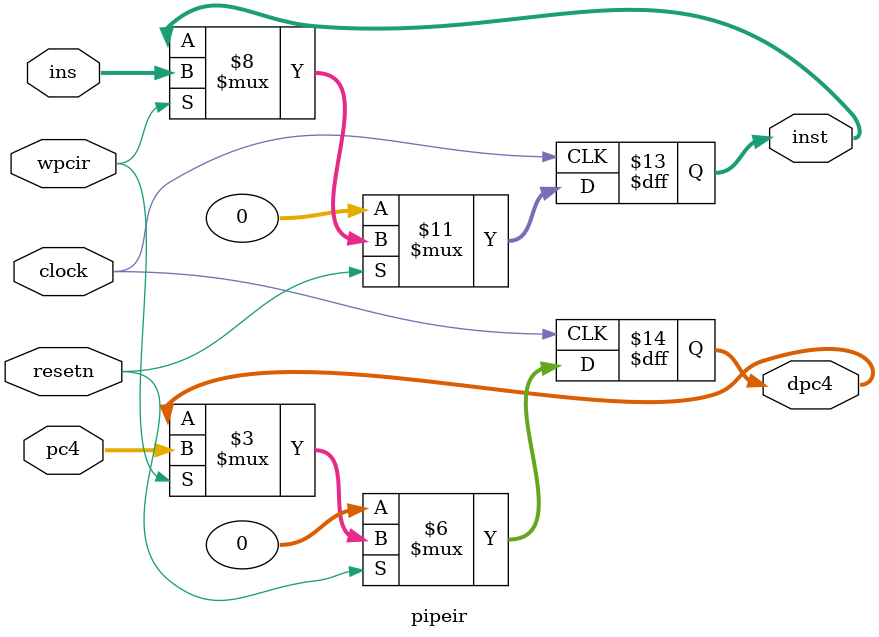
<source format=v>
module pipeir(pc4,ins,wpcir,clock,resetn,dpc4,inst);
	input [31:0] pc4, ins;
	input clock, resetn, wpcir;
	
	output [31:0] inst, dpc4;
	
	reg[31:0] dpc4, inst;
	
	always @(posedge clock)
	begin 
		if (~resetn)
			begin
			dpc4 <= 0;
			inst <= 0;
			end
		else
			begin 
			if (wpcir) 
				begin 
				inst <= ins;
				dpc4 <= pc4;
				end
			end
	end
endmodule
		
</source>
